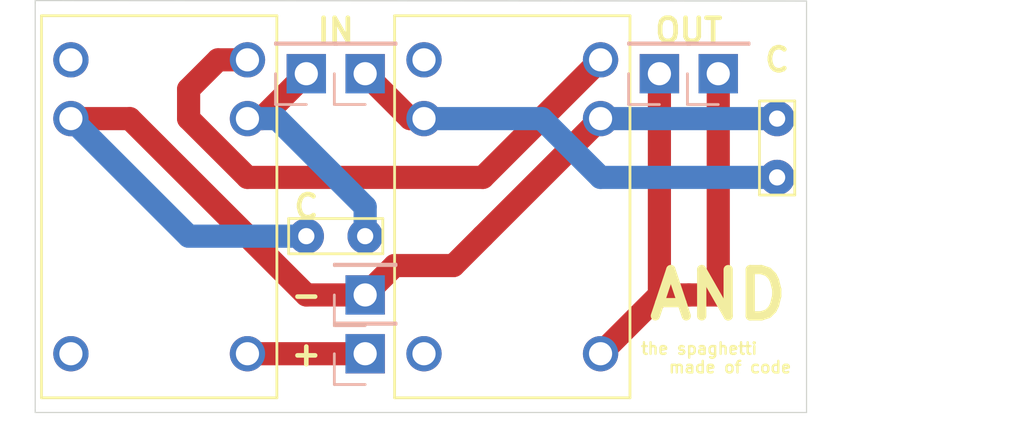
<source format=kicad_pcb>
(kicad_pcb (version 20171130) (host pcbnew "(5.1.6)-1")

  (general
    (thickness 1.6)
    (drawings 14)
    (tracks 33)
    (zones 0)
    (modules 10)
    (nets 2)
  )

  (page A4)
  (layers
    (0 F.Cu signal)
    (31 B.Cu signal)
    (32 B.Adhes user)
    (33 F.Adhes user)
    (34 B.Paste user)
    (35 F.Paste user)
    (36 B.SilkS user)
    (37 F.SilkS user)
    (38 B.Mask user)
    (39 F.Mask user)
    (40 Dwgs.User user)
    (41 Cmts.User user)
    (42 Eco1.User user)
    (43 Eco2.User user)
    (44 Edge.Cuts user)
    (45 Margin user)
    (46 B.CrtYd user)
    (47 F.CrtYd user)
    (48 B.Fab user)
    (49 F.Fab user)
  )

  (setup
    (last_trace_width 0.25)
    (user_trace_width 1)
    (trace_clearance 0.2)
    (zone_clearance 0.508)
    (zone_45_only no)
    (trace_min 0.2)
    (via_size 0.8)
    (via_drill 0.4)
    (via_min_size 0.4)
    (via_min_drill 0.3)
    (user_via 0.5 0.3)
    (user_via 1.5 0.9)
    (uvia_size 0.3)
    (uvia_drill 0.1)
    (uvias_allowed no)
    (uvia_min_size 0.2)
    (uvia_min_drill 0.1)
    (edge_width 0.05)
    (segment_width 0.2)
    (pcb_text_width 0.3)
    (pcb_text_size 1.5 1.5)
    (mod_edge_width 0.12)
    (mod_text_size 1 1)
    (mod_text_width 0.15)
    (pad_size 1.7 1.7)
    (pad_drill 1)
    (pad_to_mask_clearance 0.05)
    (aux_axis_origin 0 0)
    (visible_elements 7FFFFFFF)
    (pcbplotparams
      (layerselection 0x010fc_ffffffff)
      (usegerberextensions true)
      (usegerberattributes false)
      (usegerberadvancedattributes false)
      (creategerberjobfile false)
      (excludeedgelayer true)
      (linewidth 0.100000)
      (plotframeref false)
      (viasonmask false)
      (mode 1)
      (useauxorigin false)
      (hpglpennumber 1)
      (hpglpenspeed 20)
      (hpglpendiameter 15.000000)
      (psnegative false)
      (psa4output false)
      (plotreference true)
      (plotvalue true)
      (plotinvisibletext false)
      (padsonsilk false)
      (subtractmaskfromsilk false)
      (outputformat 1)
      (mirror false)
      (drillshape 0)
      (scaleselection 1)
      (outputdirectory "C:/Users/Satoshi/Documents/KiCad/AND/ガーバーデータ/"))
  )

  (net 0 "")
  (net 1 GND)

  (net_class Default "This is the default net class."
    (clearance 0.2)
    (trace_width 0.25)
    (via_dia 0.8)
    (via_drill 0.4)
    (uvia_dia 0.3)
    (uvia_drill 0.1)
  )

  (module MiyakeFootprintLib:Condensor (layer F.Cu) (tedit 5ED1E7C6) (tstamp 5ED25CB0)
    (at 139.7 81.28)
    (fp_text reference REF** (at 1.27 3.04) (layer F.Fab)
      (effects (font (size 1 1) (thickness 0.15)))
    )
    (fp_text value Condensor (at 1.27 2.04) (layer F.Fab)
      (effects (font (size 1 1) (thickness 0.15)))
    )
    (fp_line (start -0.762 0.762) (end -0.762 -0.762) (layer F.SilkS) (width 0.12))
    (fp_line (start 3.302 0.762) (end -0.762 0.762) (layer F.SilkS) (width 0.12))
    (fp_line (start 3.302 -0.762) (end 3.302 0.762) (layer F.SilkS) (width 0.12))
    (fp_line (start -0.762 -0.762) (end 3.302 -0.762) (layer F.SilkS) (width 0.12))
    (pad 1 thru_hole circle (at 0 0) (size 1.524 1.524) (drill 0.7) (layers *.Cu *.Mask))
    (pad 2 thru_hole circle (at 2.54 0) (size 1.524 1.524) (drill 0.7) (layers *.Cu *.Mask))
  )

  (module MiyakeFootprintLib:Condensor (layer F.Cu) (tedit 5ED1E7C6) (tstamp 5ED25C9B)
    (at 160.02 76.2 270)
    (fp_text reference REF** (at 1.27 3.04 90) (layer F.Fab)
      (effects (font (size 1 1) (thickness 0.15)))
    )
    (fp_text value Condensor (at 1.27 2.04 90) (layer F.Fab)
      (effects (font (size 1 1) (thickness 0.15)))
    )
    (fp_line (start -0.762 -0.762) (end 3.302 -0.762) (layer F.SilkS) (width 0.12))
    (fp_line (start 3.302 -0.762) (end 3.302 0.762) (layer F.SilkS) (width 0.12))
    (fp_line (start 3.302 0.762) (end -0.762 0.762) (layer F.SilkS) (width 0.12))
    (fp_line (start -0.762 0.762) (end -0.762 -0.762) (layer F.SilkS) (width 0.12))
    (pad 2 thru_hole circle (at 2.54 0 270) (size 1.524 1.524) (drill 0.7) (layers *.Cu *.Mask))
    (pad 1 thru_hole circle (at 0 0 270) (size 1.524 1.524) (drill 0.7) (layers *.Cu *.Mask))
  )

  (module Connector_PinHeader_2.54mm:PinHeader_1x01_P2.54mm_Vertical (layer B.Cu) (tedit 59FED5CC) (tstamp 5ED0DB70)
    (at 142.24 83.82)
    (descr "Through hole straight pin header, 1x01, 2.54mm pitch, single row")
    (tags "Through hole pin header THT 1x01 2.54mm single row")
    (fp_text reference REF** (at 0 2.33) (layer B.Fab)
      (effects (font (size 1 1) (thickness 0.15)) (justify mirror))
    )
    (fp_text value PinHeader_1x01_P2.54mm_Vertical (at 0 -2.33) (layer B.Fab)
      (effects (font (size 1 1) (thickness 0.15)) (justify mirror))
    )
    (fp_line (start 1.8 1.8) (end -1.8 1.8) (layer B.CrtYd) (width 0.05))
    (fp_line (start 1.8 -1.8) (end 1.8 1.8) (layer B.CrtYd) (width 0.05))
    (fp_line (start -1.8 -1.8) (end 1.8 -1.8) (layer B.CrtYd) (width 0.05))
    (fp_line (start -1.8 1.8) (end -1.8 -1.8) (layer B.CrtYd) (width 0.05))
    (fp_line (start -1.33 1.33) (end 0 1.33) (layer B.SilkS) (width 0.12))
    (fp_line (start -1.33 0) (end -1.33 1.33) (layer B.SilkS) (width 0.12))
    (fp_line (start -1.33 -1.27) (end 1.33 -1.27) (layer B.SilkS) (width 0.12))
    (fp_line (start 1.33 -1.27) (end 1.33 -1.33) (layer B.SilkS) (width 0.12))
    (fp_line (start -1.33 -1.27) (end -1.33 -1.33) (layer B.SilkS) (width 0.12))
    (fp_line (start -1.33 -1.33) (end 1.33 -1.33) (layer B.SilkS) (width 0.12))
    (fp_line (start -1.27 0.635) (end -0.635 1.27) (layer B.Fab) (width 0.1))
    (fp_line (start -1.27 -1.27) (end -1.27 0.635) (layer B.Fab) (width 0.1))
    (fp_line (start 1.27 -1.27) (end -1.27 -1.27) (layer B.Fab) (width 0.1))
    (fp_line (start 1.27 1.27) (end 1.27 -1.27) (layer B.Fab) (width 0.1))
    (fp_line (start -0.635 1.27) (end 1.27 1.27) (layer B.Fab) (width 0.1))
    (fp_text user %R (at 0 0 -90) (layer B.Fab)
      (effects (font (size 1 1) (thickness 0.15)) (justify mirror))
    )
    (pad 1 thru_hole rect (at 0 0) (size 1.7 1.7) (drill 1) (layers *.Cu *.Mask))
    (model ${KISYS3DMOD}/Connector_PinHeader_2.54mm.3dshapes/PinHeader_1x01_P2.54mm_Vertical.wrl
      (at (xyz 0 0 0))
      (scale (xyz 1 1 1))
      (rotate (xyz 0 0 0))
    )
  )

  (module Connector_PinHeader_2.54mm:PinHeader_1x01_P2.54mm_Vertical (layer B.Cu) (tedit 59FED5CC) (tstamp 5ED0DB0B)
    (at 142.24 86.36)
    (descr "Through hole straight pin header, 1x01, 2.54mm pitch, single row")
    (tags "Through hole pin header THT 1x01 2.54mm single row")
    (fp_text reference REF** (at 0 2.33) (layer B.Fab)
      (effects (font (size 1 1) (thickness 0.15)) (justify mirror))
    )
    (fp_text value PinHeader_1x01_P2.54mm_Vertical (at 0 -2.33) (layer B.Fab)
      (effects (font (size 1 1) (thickness 0.15)) (justify mirror))
    )
    (fp_line (start 1.8 1.8) (end -1.8 1.8) (layer B.CrtYd) (width 0.05))
    (fp_line (start 1.8 -1.8) (end 1.8 1.8) (layer B.CrtYd) (width 0.05))
    (fp_line (start -1.8 -1.8) (end 1.8 -1.8) (layer B.CrtYd) (width 0.05))
    (fp_line (start -1.8 1.8) (end -1.8 -1.8) (layer B.CrtYd) (width 0.05))
    (fp_line (start -1.33 1.33) (end 0 1.33) (layer B.SilkS) (width 0.12))
    (fp_line (start -1.33 0) (end -1.33 1.33) (layer B.SilkS) (width 0.12))
    (fp_line (start -1.33 -1.27) (end 1.33 -1.27) (layer B.SilkS) (width 0.12))
    (fp_line (start 1.33 -1.27) (end 1.33 -1.33) (layer B.SilkS) (width 0.12))
    (fp_line (start -1.33 -1.27) (end -1.33 -1.33) (layer B.SilkS) (width 0.12))
    (fp_line (start -1.33 -1.33) (end 1.33 -1.33) (layer B.SilkS) (width 0.12))
    (fp_line (start -1.27 0.635) (end -0.635 1.27) (layer B.Fab) (width 0.1))
    (fp_line (start -1.27 -1.27) (end -1.27 0.635) (layer B.Fab) (width 0.1))
    (fp_line (start 1.27 -1.27) (end -1.27 -1.27) (layer B.Fab) (width 0.1))
    (fp_line (start 1.27 1.27) (end 1.27 -1.27) (layer B.Fab) (width 0.1))
    (fp_line (start -0.635 1.27) (end 1.27 1.27) (layer B.Fab) (width 0.1))
    (fp_text user %R (at 0 0 -90) (layer B.Fab)
      (effects (font (size 1 1) (thickness 0.15)) (justify mirror))
    )
    (pad 1 thru_hole rect (at 0 0) (size 1.7 1.7) (drill 1) (layers *.Cu *.Mask))
    (model ${KISYS3DMOD}/Connector_PinHeader_2.54mm.3dshapes/PinHeader_1x01_P2.54mm_Vertical.wrl
      (at (xyz 0 0 0))
      (scale (xyz 1 1 1))
      (rotate (xyz 0 0 0))
    )
  )

  (module Connector_PinHeader_2.54mm:PinHeader_1x01_P2.54mm_Vertical (layer B.Cu) (tedit 59FED5CC) (tstamp 5ED0DA7F)
    (at 157.48 74.26)
    (descr "Through hole straight pin header, 1x01, 2.54mm pitch, single row")
    (tags "Through hole pin header THT 1x01 2.54mm single row")
    (fp_text reference REF** (at 0 2.33) (layer B.Fab)
      (effects (font (size 1 1) (thickness 0.15)) (justify mirror))
    )
    (fp_text value PinHeader_1x01_P2.54mm_Vertical (at 0 -2.33) (layer B.Fab)
      (effects (font (size 1 1) (thickness 0.15)) (justify mirror))
    )
    (fp_line (start -0.635 1.27) (end 1.27 1.27) (layer B.Fab) (width 0.1))
    (fp_line (start 1.27 1.27) (end 1.27 -1.27) (layer B.Fab) (width 0.1))
    (fp_line (start 1.27 -1.27) (end -1.27 -1.27) (layer B.Fab) (width 0.1))
    (fp_line (start -1.27 -1.27) (end -1.27 0.635) (layer B.Fab) (width 0.1))
    (fp_line (start -1.27 0.635) (end -0.635 1.27) (layer B.Fab) (width 0.1))
    (fp_line (start -1.33 -1.33) (end 1.33 -1.33) (layer B.SilkS) (width 0.12))
    (fp_line (start -1.33 -1.27) (end -1.33 -1.33) (layer B.SilkS) (width 0.12))
    (fp_line (start 1.33 -1.27) (end 1.33 -1.33) (layer B.SilkS) (width 0.12))
    (fp_line (start -1.33 -1.27) (end 1.33 -1.27) (layer B.SilkS) (width 0.12))
    (fp_line (start -1.33 0) (end -1.33 1.33) (layer B.SilkS) (width 0.12))
    (fp_line (start -1.33 1.33) (end 0 1.33) (layer B.SilkS) (width 0.12))
    (fp_line (start -1.8 1.8) (end -1.8 -1.8) (layer B.CrtYd) (width 0.05))
    (fp_line (start -1.8 -1.8) (end 1.8 -1.8) (layer B.CrtYd) (width 0.05))
    (fp_line (start 1.8 -1.8) (end 1.8 1.8) (layer B.CrtYd) (width 0.05))
    (fp_line (start 1.8 1.8) (end -1.8 1.8) (layer B.CrtYd) (width 0.05))
    (fp_text user %R (at 0 0 -90) (layer B.Fab)
      (effects (font (size 1 1) (thickness 0.15)) (justify mirror))
    )
    (pad 1 thru_hole rect (at 0 0) (size 1.7 1.7) (drill 1) (layers *.Cu *.Mask))
    (model ${KISYS3DMOD}/Connector_PinHeader_2.54mm.3dshapes/PinHeader_1x01_P2.54mm_Vertical.wrl
      (at (xyz 0 0 0))
      (scale (xyz 1 1 1))
      (rotate (xyz 0 0 0))
    )
  )

  (module Connector_PinHeader_2.54mm:PinHeader_1x01_P2.54mm_Vertical (layer B.Cu) (tedit 59FED5CC) (tstamp 5ED0DA57)
    (at 154.94 74.26)
    (descr "Through hole straight pin header, 1x01, 2.54mm pitch, single row")
    (tags "Through hole pin header THT 1x01 2.54mm single row")
    (fp_text reference REF** (at 0 2.33) (layer B.Fab)
      (effects (font (size 1 1) (thickness 0.15)) (justify mirror))
    )
    (fp_text value PinHeader_1x01_P2.54mm_Vertical (at 0 -2.33) (layer B.Fab)
      (effects (font (size 1 1) (thickness 0.15)) (justify mirror))
    )
    (fp_line (start 1.8 1.8) (end -1.8 1.8) (layer B.CrtYd) (width 0.05))
    (fp_line (start 1.8 -1.8) (end 1.8 1.8) (layer B.CrtYd) (width 0.05))
    (fp_line (start -1.8 -1.8) (end 1.8 -1.8) (layer B.CrtYd) (width 0.05))
    (fp_line (start -1.8 1.8) (end -1.8 -1.8) (layer B.CrtYd) (width 0.05))
    (fp_line (start -1.33 1.33) (end 0 1.33) (layer B.SilkS) (width 0.12))
    (fp_line (start -1.33 0) (end -1.33 1.33) (layer B.SilkS) (width 0.12))
    (fp_line (start -1.33 -1.27) (end 1.33 -1.27) (layer B.SilkS) (width 0.12))
    (fp_line (start 1.33 -1.27) (end 1.33 -1.33) (layer B.SilkS) (width 0.12))
    (fp_line (start -1.33 -1.27) (end -1.33 -1.33) (layer B.SilkS) (width 0.12))
    (fp_line (start -1.33 -1.33) (end 1.33 -1.33) (layer B.SilkS) (width 0.12))
    (fp_line (start -1.27 0.635) (end -0.635 1.27) (layer B.Fab) (width 0.1))
    (fp_line (start -1.27 -1.27) (end -1.27 0.635) (layer B.Fab) (width 0.1))
    (fp_line (start 1.27 -1.27) (end -1.27 -1.27) (layer B.Fab) (width 0.1))
    (fp_line (start 1.27 1.27) (end 1.27 -1.27) (layer B.Fab) (width 0.1))
    (fp_line (start -0.635 1.27) (end 1.27 1.27) (layer B.Fab) (width 0.1))
    (fp_text user %R (at 0 0 -90) (layer B.Fab)
      (effects (font (size 1 1) (thickness 0.15)) (justify mirror))
    )
    (pad 1 thru_hole rect (at 0 0) (size 1.7 1.7) (drill 1) (layers *.Cu *.Mask))
    (model ${KISYS3DMOD}/Connector_PinHeader_2.54mm.3dshapes/PinHeader_1x01_P2.54mm_Vertical.wrl
      (at (xyz 0 0 0))
      (scale (xyz 1 1 1))
      (rotate (xyz 0 0 0))
    )
  )

  (module Connector_PinHeader_2.54mm:PinHeader_1x01_P2.54mm_Vertical (layer B.Cu) (tedit 59FED5CC) (tstamp 5ED0DA2F)
    (at 142.24 74.26)
    (descr "Through hole straight pin header, 1x01, 2.54mm pitch, single row")
    (tags "Through hole pin header THT 1x01 2.54mm single row")
    (fp_text reference REF** (at 0 2.33) (layer B.Fab)
      (effects (font (size 1 1) (thickness 0.15)) (justify mirror))
    )
    (fp_text value PinHeader_1x01_P2.54mm_Vertical (at 0 -2.33) (layer B.Fab)
      (effects (font (size 1 1) (thickness 0.15)) (justify mirror))
    )
    (fp_line (start -0.635 1.27) (end 1.27 1.27) (layer B.Fab) (width 0.1))
    (fp_line (start 1.27 1.27) (end 1.27 -1.27) (layer B.Fab) (width 0.1))
    (fp_line (start 1.27 -1.27) (end -1.27 -1.27) (layer B.Fab) (width 0.1))
    (fp_line (start -1.27 -1.27) (end -1.27 0.635) (layer B.Fab) (width 0.1))
    (fp_line (start -1.27 0.635) (end -0.635 1.27) (layer B.Fab) (width 0.1))
    (fp_line (start -1.33 -1.33) (end 1.33 -1.33) (layer B.SilkS) (width 0.12))
    (fp_line (start -1.33 -1.27) (end -1.33 -1.33) (layer B.SilkS) (width 0.12))
    (fp_line (start 1.33 -1.27) (end 1.33 -1.33) (layer B.SilkS) (width 0.12))
    (fp_line (start -1.33 -1.27) (end 1.33 -1.27) (layer B.SilkS) (width 0.12))
    (fp_line (start -1.33 0) (end -1.33 1.33) (layer B.SilkS) (width 0.12))
    (fp_line (start -1.33 1.33) (end 0 1.33) (layer B.SilkS) (width 0.12))
    (fp_line (start -1.8 1.8) (end -1.8 -1.8) (layer B.CrtYd) (width 0.05))
    (fp_line (start -1.8 -1.8) (end 1.8 -1.8) (layer B.CrtYd) (width 0.05))
    (fp_line (start 1.8 -1.8) (end 1.8 1.8) (layer B.CrtYd) (width 0.05))
    (fp_line (start 1.8 1.8) (end -1.8 1.8) (layer B.CrtYd) (width 0.05))
    (fp_text user %R (at 0 0 -90) (layer B.Fab)
      (effects (font (size 1 1) (thickness 0.15)) (justify mirror))
    )
    (pad 1 thru_hole rect (at 0 0) (size 1.7 1.7) (drill 1) (layers *.Cu *.Mask))
    (model ${KISYS3DMOD}/Connector_PinHeader_2.54mm.3dshapes/PinHeader_1x01_P2.54mm_Vertical.wrl
      (at (xyz 0 0 0))
      (scale (xyz 1 1 1))
      (rotate (xyz 0 0 0))
    )
  )

  (module Connector_PinHeader_2.54mm:PinHeader_1x01_P2.54mm_Vertical (layer B.Cu) (tedit 5ED228DC) (tstamp 5ED0D9FD)
    (at 139.7 74.26)
    (descr "Through hole straight pin header, 1x01, 2.54mm pitch, single row")
    (tags "Through hole pin header THT 1x01 2.54mm single row")
    (fp_text reference REF** (at 0 2.33) (layer B.Fab)
      (effects (font (size 1 1) (thickness 0.15)) (justify mirror))
    )
    (fp_text value PinHeader_1x01_P2.54mm_Vertical (at 0 -2.33) (layer B.Fab)
      (effects (font (size 1 1) (thickness 0.15)) (justify mirror))
    )
    (fp_line (start 1.8 1.8) (end -1.8 1.8) (layer B.CrtYd) (width 0.05))
    (fp_line (start 1.8 -1.8) (end 1.8 1.8) (layer B.CrtYd) (width 0.05))
    (fp_line (start -1.8 -1.8) (end 1.8 -1.8) (layer B.CrtYd) (width 0.05))
    (fp_line (start -1.8 1.8) (end -1.8 -1.8) (layer B.CrtYd) (width 0.05))
    (fp_line (start -1.33 1.33) (end 0 1.33) (layer B.SilkS) (width 0.12))
    (fp_line (start -1.33 0) (end -1.33 1.33) (layer B.SilkS) (width 0.12))
    (fp_line (start -1.33 -1.27) (end 1.33 -1.27) (layer B.SilkS) (width 0.12))
    (fp_line (start 1.33 -1.27) (end 1.33 -1.33) (layer B.SilkS) (width 0.12))
    (fp_line (start -1.33 -1.27) (end -1.33 -1.33) (layer B.SilkS) (width 0.12))
    (fp_line (start -1.33 -1.33) (end 1.33 -1.33) (layer B.SilkS) (width 0.12))
    (fp_line (start -1.27 0.635) (end -0.635 1.27) (layer B.Fab) (width 0.1))
    (fp_line (start -1.27 -1.27) (end -1.27 0.635) (layer B.Fab) (width 0.1))
    (fp_line (start 1.27 -1.27) (end -1.27 -1.27) (layer B.Fab) (width 0.1))
    (fp_line (start 1.27 1.27) (end 1.27 -1.27) (layer B.Fab) (width 0.1))
    (fp_line (start -0.635 1.27) (end 1.27 1.27) (layer B.Fab) (width 0.1))
    (fp_text user %R (at 0 0 -90) (layer B.Fab)
      (effects (font (size 1 1) (thickness 0.15)) (justify mirror))
    )
    (pad 1 thru_hole rect (at 0 0) (size 1.7 1.7) (drill 1) (layers *.Cu *.Mask))
    (model ${KISYS3DMOD}/Connector_PinHeader_2.54mm.3dshapes/PinHeader_1x01_P2.54mm_Vertical.wrl
      (at (xyz 0 0 0))
      (scale (xyz 1 1 1))
      (rotate (xyz 0 0 0))
    )
  )

  (module MiyakeFootprintLib:946H-1C-24D (layer F.Cu) (tedit 5ED07678) (tstamp 5ED0D934)
    (at 149.86 78.74)
    (fp_text reference REF** (at -2.54 0.635 -90) (layer F.Fab)
      (effects (font (size 1 1) (thickness 0.15)))
    )
    (fp_text value 946H-1C-24D (at -0.635 0.635 -90) (layer F.Fab)
      (effects (font (size 1 1) (thickness 0.15)))
    )
    (fp_line (start -6.35 -6.985) (end 3.81 -6.985) (layer F.SilkS) (width 0.12))
    (fp_line (start 3.81 -6.985) (end 3.81 9.525) (layer F.SilkS) (width 0.12))
    (fp_line (start 3.81 9.525) (end -6.35 9.525) (layer F.SilkS) (width 0.12))
    (fp_line (start -6.35 9.525) (end -6.35 -6.985) (layer F.SilkS) (width 0.12))
    (pad 1 thru_hole circle (at -5.08 -5.08) (size 1.524 1.524) (drill 1) (layers *.Cu *.Mask))
    (pad 2 thru_hole circle (at 2.54 -5.08) (size 1.524 1.524) (drill 1) (layers *.Cu *.Mask))
    (pad 3 thru_hole circle (at 2.54 -2.54) (size 1.524 1.524) (drill 1) (layers *.Cu *.Mask))
    (pad 4 thru_hole circle (at -5.08 -2.54) (size 1.524 1.524) (drill 1) (layers *.Cu *.Mask))
    (pad 5 thru_hole circle (at -5.08 7.62) (size 1.524 1.524) (drill 1) (layers *.Cu *.Mask))
    (pad 6 thru_hole circle (at 2.54 7.62) (size 1.524 1.524) (drill 1) (layers *.Cu *.Mask))
  )

  (module MiyakeFootprintLib:946H-1C-24D (layer F.Cu) (tedit 5ED07678) (tstamp 5ED0D8F2)
    (at 134.62 78.74)
    (fp_text reference REF** (at -2.54 0.635 -90) (layer F.Fab)
      (effects (font (size 1 1) (thickness 0.15)))
    )
    (fp_text value 946H-1C-24D (at -0.635 0.635 -90) (layer F.Fab)
      (effects (font (size 1 1) (thickness 0.15)))
    )
    (fp_line (start -6.35 -6.985) (end 3.81 -6.985) (layer F.SilkS) (width 0.12))
    (fp_line (start 3.81 -6.985) (end 3.81 9.525) (layer F.SilkS) (width 0.12))
    (fp_line (start 3.81 9.525) (end -6.35 9.525) (layer F.SilkS) (width 0.12))
    (fp_line (start -6.35 9.525) (end -6.35 -6.985) (layer F.SilkS) (width 0.12))
    (pad 1 thru_hole circle (at -5.08 -5.08) (size 1.524 1.524) (drill 1) (layers *.Cu *.Mask))
    (pad 2 thru_hole circle (at 2.54 -5.08) (size 1.524 1.524) (drill 1) (layers *.Cu *.Mask))
    (pad 3 thru_hole circle (at 2.54 -2.54) (size 1.524 1.524) (drill 1) (layers *.Cu *.Mask))
    (pad 4 thru_hole circle (at -5.08 -2.54) (size 1.524 1.524) (drill 1) (layers *.Cu *.Mask))
    (pad 5 thru_hole circle (at -5.08 7.62) (size 1.524 1.524) (drill 1) (layers *.Cu *.Mask))
    (pad 6 thru_hole circle (at 2.54 7.62) (size 1.524 1.524) (drill 1) (layers *.Cu *.Mask))
  )

  (gr_line (start 128 88.9) (end 128 88.8) (layer Edge.Cuts) (width 0.05) (tstamp 5ED4419B))
  (gr_line (start 128 71.1) (end 128 71.2) (layer Edge.Cuts) (width 0.05) (tstamp 5ED4419A))
  (gr_line (start 128 71.2) (end 128 88.8) (layer Edge.Cuts) (width 0.05))
  (gr_line (start 128 88.9) (end 161.29 88.9) (layer Edge.Cuts) (width 0.05) (tstamp 5ED42E14))
  (gr_line (start 128 71.1) (end 161.29 71.12) (layer Edge.Cuts) (width 0.05) (tstamp 5ED42E06))
  (gr_line (start 161.29 71.12) (end 161.29 88.9) (layer Edge.Cuts) (width 0.05))
  (gr_text AND (at 157.48 83.82) (layer F.SilkS)
    (effects (font (size 2 2) (thickness 0.4)))
  )
  (gr_text C (at 139.7 80.01) (layer F.SilkS)
    (effects (font (size 1 1) (thickness 0.2)))
  )
  (gr_text - (at 139.7 83.82) (layer F.SilkS)
    (effects (font (size 1 1) (thickness 0.2)))
  )
  (gr_text + (at 139.7 86.36) (layer F.SilkS)
    (effects (font (size 1 1) (thickness 0.2)))
  )
  (gr_text C (at 160.02 73.66) (layer F.SilkS)
    (effects (font (size 1 1) (thickness 0.2)))
  )
  (gr_text "the spaghetti \n      made of code\n" (at 156.845 86.54) (layer F.SilkS)
    (effects (font (size 0.5 0.5) (thickness 0.1)))
  )
  (gr_text OUT (at 156.21 72.39) (layer F.SilkS)
    (effects (font (size 1 1) (thickness 0.2)))
  )
  (gr_text IN (at 140.97 72.39) (layer F.SilkS)
    (effects (font (size 1 1) (thickness 0.2)))
  )

  (segment (start 137.76 76.2) (end 139.7 74.26) (width 1) (layer F.Cu) (net 0))
  (segment (start 137.16 76.2) (end 137.76 76.2) (width 1) (layer F.Cu) (net 0))
  (segment (start 144.18 76.2) (end 142.24 74.26) (width 1) (layer F.Cu) (net 0))
  (segment (start 144.78 76.2) (end 144.18 76.2) (width 1) (layer F.Cu) (net 0))
  (segment (start 137.16 86.36) (end 142.24 86.36) (width 1) (layer F.Cu) (net 0))
  (segment (start 134.62 76.2) (end 137.16 78.74) (width 1) (layer F.Cu) (net 0))
  (segment (start 137.16 78.74) (end 147.32 78.74) (width 1) (layer F.Cu) (net 0))
  (segment (start 147.32 78.74) (end 152.4 73.66) (width 1) (layer F.Cu) (net 0))
  (segment (start 129.54 76.2) (end 132.08 76.2) (width 1) (layer F.Cu) (net 0))
  (segment (start 132.08 76.2) (end 139.7 83.82) (width 1) (layer F.Cu) (net 0))
  (segment (start 139.7 83.82) (end 142.24 83.82) (width 1) (layer F.Cu) (net 0))
  (segment (start 147.32 81.28) (end 152.4 76.2) (width 1) (layer F.Cu) (net 0))
  (segment (start 152.4 86.36) (end 154.94 83.82) (width 1) (layer F.Cu) (net 0))
  (segment (start 154.94 78.74) (end 154.94 74.26) (width 1) (layer F.Cu) (net 0))
  (segment (start 154.94 83.82) (end 154.94 78.74) (width 1) (layer F.Cu) (net 0))
  (segment (start 134.62 76.2) (end 134.62 74.93) (width 1) (layer F.Cu) (net 0))
  (segment (start 134.62 74.93) (end 135.89 73.66) (width 1) (layer F.Cu) (net 0))
  (segment (start 135.89 73.66) (end 137.16 73.66) (width 1) (layer F.Cu) (net 0))
  (segment (start 156.21 83.82) (end 154.94 83.82) (width 1) (layer F.Cu) (net 0))
  (segment (start 157.48 74.26) (end 157.48 83.82) (width 1) (layer F.Cu) (net 0))
  (segment (start 157.48 83.82) (end 156.21 83.82) (width 1) (layer F.Cu) (net 0))
  (segment (start 142.24 83.82) (end 143.51 82.55) (width 1) (layer F.Cu) (net 0))
  (segment (start 143.51 82.55) (end 146.05 82.55) (width 1) (layer F.Cu) (net 0))
  (segment (start 146.05 82.55) (end 147.32 81.28) (width 1) (layer F.Cu) (net 0))
  (segment (start 160.02 76.2) (end 152.4 76.2) (width 1) (layer B.Cu) (net 0))
  (segment (start 160.02 78.74) (end 152.4 78.74) (width 1) (layer B.Cu) (net 0))
  (segment (start 152.4 78.74) (end 149.86 76.2) (width 1) (layer B.Cu) (net 0))
  (segment (start 149.86 76.2) (end 144.78 76.2) (width 1) (layer B.Cu) (net 0))
  (segment (start 142.24 81.28) (end 142.24 80.01) (width 1) (layer B.Cu) (net 0))
  (segment (start 138.43 76.2) (end 137.16 76.2) (width 1) (layer B.Cu) (net 0))
  (segment (start 142.24 80.01) (end 138.43 76.2) (width 1) (layer B.Cu) (net 0))
  (segment (start 134.62 81.28) (end 129.54 76.2) (width 1) (layer B.Cu) (net 0))
  (segment (start 139.7 81.28) (end 134.62 81.28) (width 1) (layer B.Cu) (net 0))

  (zone (net 1) (net_name GND) (layer F.Cu) (tstamp 0) (hatch edge 0.508)
    (connect_pads (clearance 0.508))
    (min_thickness 0.254)
    (fill yes (arc_segments 32) (thermal_gap 0.508) (thermal_bridge_width 0.508))
    (polygon
      (pts
        (xy 161.29 88.9) (xy 128.016 88.9) (xy 128.016 71.12) (xy 161.29 71.12)
      )
    )
  )
  (zone (net 1) (net_name GND) (layer B.Cu) (tstamp 0) (hatch edge 0.508)
    (connect_pads (clearance 0.508))
    (min_thickness 0.254)
    (fill yes (arc_segments 32) (thermal_gap 0.508) (thermal_bridge_width 0.508))
    (polygon
      (pts
        (xy 161.29 88.9) (xy 128.016 88.9) (xy 128.016 71.12) (xy 161.29 71.12)
      )
    )
  )
)

</source>
